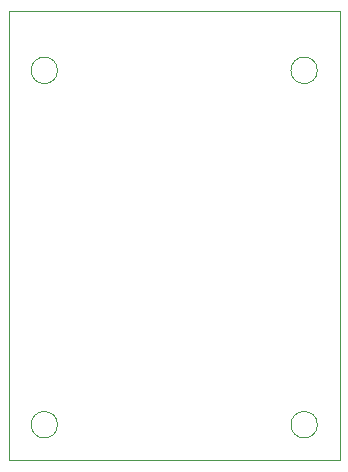
<source format=gbr>
%TF.GenerationSoftware,KiCad,Pcbnew,5.1.9+dfsg1-1*%
%TF.CreationDate,2021-11-08T10:09:36+01:00*%
%TF.ProjectId,Controller,436f6e74-726f-46c6-9c65-722e6b696361,rev?*%
%TF.SameCoordinates,Original*%
%TF.FileFunction,Profile,NP*%
%FSLAX46Y46*%
G04 Gerber Fmt 4.6, Leading zero omitted, Abs format (unit mm)*
G04 Created by KiCad (PCBNEW 5.1.9+dfsg1-1) date 2021-11-08 10:09:36*
%MOMM*%
%LPD*%
G01*
G04 APERTURE LIST*
%TA.AperFunction,Profile*%
%ADD10C,0.050000*%
%TD*%
%TA.AperFunction,Profile*%
%ADD11C,0.100000*%
%TD*%
G04 APERTURE END LIST*
D10*
X104118034Y-93000000D02*
G75*
G03*
X104118034Y-93000000I-1118034J0D01*
G01*
X126118034Y-93000000D02*
G75*
G03*
X126118034Y-93000000I-1118034J0D01*
G01*
X126118034Y-63000000D02*
G75*
G03*
X126118034Y-63000000I-1118034J0D01*
G01*
X104118034Y-63000000D02*
G75*
G03*
X104118034Y-63000000I-1118034J0D01*
G01*
D11*
X128000000Y-58000000D02*
X128000000Y-96000000D01*
X100000000Y-58000000D02*
X128000000Y-58000000D01*
X100000000Y-96000000D02*
X100000000Y-58000000D01*
X128000000Y-96000000D02*
X100000000Y-96000000D01*
M02*

</source>
